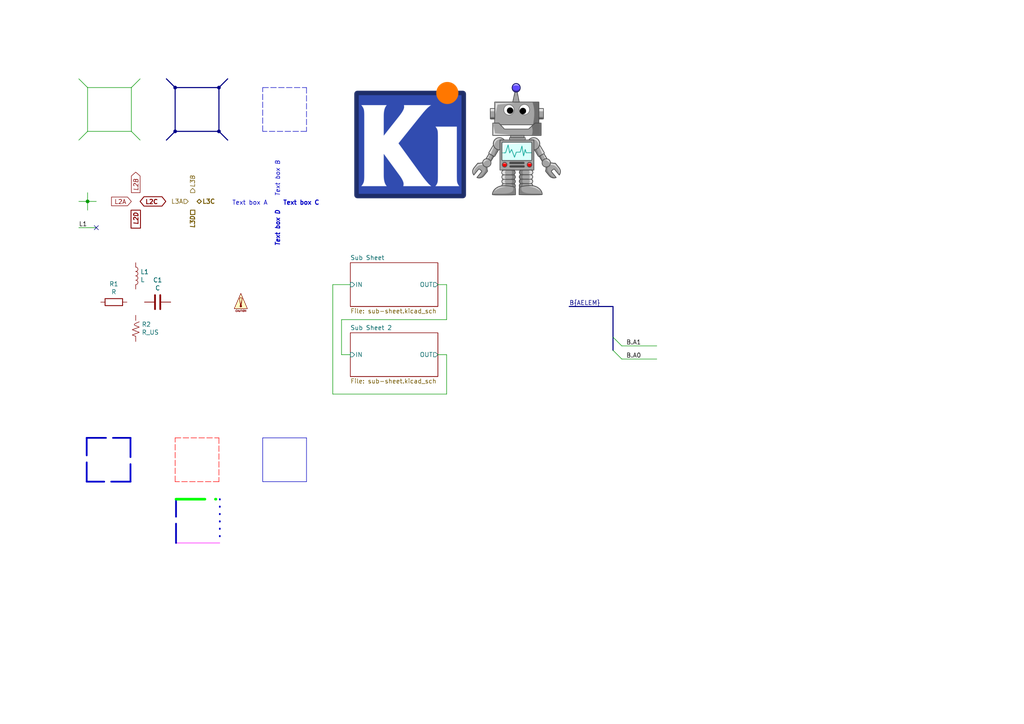
<source format=kicad_sch>
(kicad_sch (version 20250114) (generator "eeschema") (generator_version "9.0")
  (paper "A4")
  (title_block (title "Title") (date "2020-08-12") (rev "r1B") (company "Company") (comment 1 "Comment 1") (comment 2 "Comment 2") (comment 3 "Comment 3") (comment 4 "@Comment4@"))
  (lib_symbols
    (symbol "Device:C" (pin_numbers (hide yes)) (pin_names (offset 0.254))
      (property "Reference" "C" (at 0.635 2.54 0))
      (property "Value" "C" (at 0.635 -2.54 0))
      (symbol "C_0_1"
        (polyline (pts (xy -2.032 0.762) (xy 2.032 0.762)) (stroke (width 0.508)))
        (polyline (pts (xy -2.032 -0.762) (xy 2.032 -0.762)) (stroke (width 0.508)))
      )
      (symbol "C_1_1"
        (pin passive line (at 0 3.81 270) (length 2.794) (name "~") (number "1"))
        (pin passive line (at 0 -3.81 90) (length 2.794) (name "~") (number "2"))
      )
    )
    (symbol "Device:L" (pin_numbers (hide yes)) (pin_names (offset 1.016) (hide yes))
      (property "Reference" "L" (at -1.27 0 90))
      (property "Value" "L" (at 1.905 0 90))
      (symbol "L_0_1"
        (arc (start 0 2.54) (mid 0.6323 1.905) (end 0 1.27))
        (arc (start 0 1.27) (mid 0.6323 0.635) (end 0 0))
        (arc (start 0 0) (mid 0.6323 -0.635) (end 0 -1.27))
        (arc (start 0 -1.27) (mid 0.6323 -1.905) (end 0 -2.54))
      )
      (symbol "L_1_1"
        (pin passive line (at 0 3.81 270) (length 1.27) (name "1") (number "1"))
        (pin passive line (at 0 -3.81 90) (length 1.27) (name "2") (number "2"))
      )
    )
    (symbol "Device:R_US" (pin_numbers (hide yes)) (pin_names (offset 0))
      (property "Reference" "R" (at 2.54 0 90))
      (property "Value" "R_US" (at -2.54 0 90))
      (symbol "R_US_0_0"
        (polyline (pts (xy 0 2.286) (xy 0 2.54)))
        (polyline (pts (xy 0 2.286) (xy 1.016 1.905) (xy 0 1.524) (xy -1.016 1.143) (xy 0 0.762)))
        (polyline (pts (xy 0 0.762) (xy 1.016 0.381) (xy 0 0) (xy -1.016 -0.381) (xy 0 -0.762)))
        (bezier (pts (xy 0 -0.762) (xy 1.016 -1.143) (xy 0 -1.524) (xy -1.016 -1.905)))
        (polyline (pts (xy 0 -2.286) (xy 0 -2.54)))
      )
      (symbol "R_US_1_1"
        (pin passive line (at 0 3.81 270) (length 1.27) (name "~") (number "1"))
        (pin passive line (at 0 -3.81 90) (length 1.27) (name "~") (number "2"))
      )
      (symbol "R_US_1_2"
        (pin passive line (at 0 3.81 270) (length 1.27) (name "~") (number "1"))
        (pin passive line (at 0 -3.81 90) (length 1.27) (name "~") (number "2"))
      )
    )
    (symbol "l1:Resistor" (pin_numbers (hide yes)) (pin_names (offset 0))
      (property "Reference" "R" (at 2.032 0 90))
      (property "Value" "Resistor" (at 0 0 90))
      (symbol "Resistor_0_1"
        (rectangle (start -1.016 -2.54) (end 1.016 2.54) (stroke (width 0.254)))
      )
      (symbol "Resistor_1_1"
        (pin passive line (at 0 3.81 270) (length 1.27) (name "~") (number "1"))
        (pin passive line (at 0 -3.81 90) (length 1.27) (name "~") (number "2"))
      )
    )
    (symbol "l1:SYM_CAUTION" (pin_names (offset 1.016))
      (symbol "SYM_CAUTION_0_0"
        (polyline (pts (xy -1.27 -1.905) (xy 1.905 -1.905) (xy 0 2.54) (xy -1.905 -1.905) (xy -1.27 -1.905)) (fill (type background)))
        (polyline (pts (xy -0.127 -0.762) (xy -0.381 1.016)) (fill (type outline)))
        (polyline (pts (xy -0.127 -0.762) (xy 0.127 -0.762) (xy 0.381 1.016)) (fill (type outline)))
        (arc (start -0.381 1.016) (mid 0 1.2906) (end 0.381 1.016))
        (circle (center 0 -1.1684) (radius 0.254) (fill (type outline)))
        (text "CAUTION" (at 0 -2.54 0) (effects (font (size 0.508 0.508) (italic yes))))
      )
    )
  )
  (bus_alias "AELEM" (members "A1" "A0"))
  (text "Text box B" (at 81.28 57.15 90) (effects (font (size 1.27 1.27) (italic yes)) (justify left bottom)))
  (text "Text box A" (at 67.31 59.69 0) (effects (font (size 1.27 1.27)) (justify left bottom)))
  (text "Text box C" (at 92.71 59.69 0) (effects (font (size 1.27 1.27) (thickness 0.254) (bold yes)) (justify right bottom)))
  (text "Text box D" (at 81.28 60.96 90) (effects (font (size 1.27 1.27) (thickness 0.254) (bold yes) (italic yes)) (justify right bottom)))
  (junction (at 63.5 25.4))
  (junction (at 63.5 38.1))
  (junction (at 25.4 58.42))
  (junction (at 50.8 38.1))
  (junction (at 50.8 25.4))
  (no_connect (at 27.94 66.04))
  (bus_entry (at 177.8 101.6) (size 2.54 2.54))
  (bus_entry (at 177.8 97.79) (size 2.54 2.54))
  (bus_entry (at 25.4 25.4) (size -2.54 -2.54))
  (bus_entry (at 38.1 38.1) (size 2.54 2.54))
  (bus_entry (at 25.4 38.1) (size -2.54 2.54))
  (bus_entry (at 38.1 25.4) (size 2.54 -2.54))
  (wire (pts (xy 99.06 92.71) (xy 99.06 102.87)))
  (polyline (pts (xy 25.146 127) (xy 37.846 127)) (stroke (width 0.508) (type dash)))
  (polyline (pts (xy 88.9 25.4) (xy 88.9 38.1)) (stroke (width 0) (type dash)))
  (polyline (pts (xy 37.846 139.7) (xy 25.146 139.7)) (stroke (width 0.508) (type dash)))
  (wire (pts (xy 38.1 38.1) (xy 25.4 38.1)))
  (polyline (pts (xy 88.9 139.7) (xy 76.2 139.7)) (stroke (width 0) (type solid)))
  (wire (pts (xy 129.54 114.3) (xy 96.52 114.3)))
  (polyline (pts (xy 50.8 139.7) (xy 50.8 127)) (stroke (width 0) (type dash) (color 255 0 0 1)))
  (polyline (pts (xy 37.846 127) (xy 37.846 139.7)) (stroke (width 0.508) (type dash)))
  (bus (pts (xy 177.8 88.9) (xy 177.8 97.79)))
  (polyline (pts (xy 76.2 127) (xy 88.9 127)) (stroke (width 0) (type solid)))
  (wire (pts (xy 25.4 58.42) (xy 27.94 58.42)))
  (bus (pts (xy 50.8 25.4) (xy 48.26 22.86)))
  (wire (pts (xy 96.52 82.55) (xy 101.6 82.55)))
  (wire (pts (xy 129.54 82.55) (xy 129.54 92.71)))
  (wire (pts (xy 22.86 58.42) (xy 25.4 58.42)))
  (polyline (pts (xy 51.054 144.78) (xy 63.754 144.78)) (stroke (width 0.762) (type dash_dot) (color 0 255 0 1)))
  (polyline (pts (xy 76.2 25.4) (xy 88.9 25.4)) (stroke (width 0) (type dash)))
  (bus (pts (xy 50.8 38.1) (xy 48.26 40.64)))
  (bus (pts (xy 63.5 38.1) (xy 66.04 40.64)))
  (polyline (pts (xy 50.8 127) (xy 63.5 127)) (stroke (width 0) (type dash) (color 255 0 0 1)))
  (wire (pts (xy 129.54 102.87) (xy 129.54 114.3)))
  (wire (pts (xy 127 102.87) (xy 129.54 102.87)))
  (wire (pts (xy 99.06 102.87) (xy 101.6 102.87)))
  (bus (pts (xy 63.5 25.4) (xy 63.5 38.1)))
  (wire (pts (xy 25.4 25.4) (xy 38.1 25.4)))
  (polyline (pts (xy 88.9 127) (xy 88.9 139.7)) (stroke (width 0) (type solid)))
  (wire (pts (xy 180.34 104.14) (xy 190.5 104.14)))
  (polyline (pts (xy 76.2 139.7) (xy 76.2 127)) (stroke (width 0) (type solid)))
  (polyline (pts (xy 51.054 157.48) (xy 51.054 144.78)) (stroke (width 0.508) (type dash)))
  (wire (pts (xy 127 82.55) (xy 129.54 82.55)))
  (polyline (pts (xy 76.2 38.1) (xy 76.2 25.4)) (stroke (width 0) (type dash)))
  (bus (pts (xy 177.8 97.79) (xy 177.8 101.6)))
  (bus (pts (xy 63.5 25.4) (xy 66.04 22.86)))
  (wire (pts (xy 180.34 100.33) (xy 190.5 100.33)))
  (wire (pts (xy 22.86 66.04) (xy 27.94 66.04)))
  (polyline (pts (xy 63.5 139.7) (xy 50.8 139.7)) (stroke (width 0) (type dash) (color 255 0 0 1)))
  (bus (pts (xy 50.8 25.4) (xy 63.5 25.4)))
  (wire (pts (xy 25.4 58.42) (xy 25.4 60.96)))
  (wire (pts (xy 38.1 25.4) (xy 38.1 38.1)))
  (wire (pts (xy 129.54 92.71) (xy 99.06 92.71)))
  (wire (pts (xy 96.52 114.3) (xy 96.52 82.55)))
  (bus (pts (xy 165.1 88.9) (xy 177.8 88.9)))
  (polyline (pts (xy 63.754 157.48) (xy 51.054 157.48)) (stroke (width 0) (type solid) (color 255 0 255 1)))
  (polyline (pts (xy 88.9 38.1) (xy 76.2 38.1)) (stroke (width 0) (type dash)))
  (polyline (pts (xy 25.146 139.7) (xy 25.146 127)) (stroke (width 0.508) (type dash)))
  (wire (pts (xy 25.4 38.1) (xy 25.4 25.4)))
  (polyline (pts (xy 63.754 144.78) (xy 63.754 157.48)) (stroke (width 0.508) (type dot)))
  (bus (pts (xy 50.8 38.1) (xy 50.8 25.4)))
  (bus (pts (xy 63.5 38.1) (xy 50.8 38.1)))
  (polyline (pts (xy 63.5 127) (xy 63.5 139.7)) (stroke (width 0) (type dash) (color 255 0 0 1)))
  (wire (pts (xy 25.4 55.88) (xy 25.4 58.42)))
  (image (at 133.35 40.64) (scale 0.94))
  (label "B.A0" (at 181.61 104.14 0))
  (label "B.A1" (at 181.61 100.33 0))
  (label "L1" (at 22.86 66.04 0))
  (label "B{AELEM}" (at 165.1 88.9 0))
  (global_label "L2B" (shape output) (at 39.37 55.88 90) (effects (font (italic yes))) (property "Intersheetrefs" "${INTERSHEET_REFS}" (effects (hide yes))))
  (global_label "L2A" (shape input) (at 38.1 58.42 180) (property "Intersheetrefs" "${INTERSHEET_REFS}" (effects (hide yes))))
  (global_label "L2C" (shape bidirectional) (at 40.64 58.42 0) (effects (font (thickness 0.254) (bold yes))) (property "Intersheetrefs" "${INTERSHEET_REFS}" (effects (hide yes))))
  (global_label "L2D" (shape passive) (at 39.37 60.96 270) (effects (font (thickness 0.254) (bold yes) (italic yes))) (property "Intersheetrefs" "${INTERSHEET_REFS}" (effects (hide yes))))
  (hierarchical_label "L3B" (shape output) (at 55.88 55.88 90) (effects (font (italic yes))))
  (hierarchical_label "L3C" (shape bidirectional) (at 57.15 58.42 0) (effects (font (thickness 0.254) (bold yes))))
  (hierarchical_label "L3A" (shape input) (at 54.61 58.42 180))
  (hierarchical_label "L3D" (shape passive) (at 55.88 60.96 270) (effects (font (thickness 0.254) (bold yes) (italic yes))))
  (symbol (lib_id "l1:Resistor") (at 33.02 87.63 270) (unit 1)
    (property "Reference" "R1" (at 33.02 82.3722 90))
    (property "Value" "R" (at 33.02 84.6836 90))
    (property "Test" "Hi! \"quoted text\"" (effects (hide yes)))
  )
  (symbol (lib_id "Device:L") (at 39.37 80.01 0) (unit 1)
    (property "Reference" "L1" (at 40.7162 78.8416 0) (effects (justify left)))
    (property "Value" "L" (at 40.7162 81.153 0) (effects (justify left)))
  )
  (symbol (lib_id "Device:C") (at 45.72 87.63 90) (unit 1)
    (property "Reference" "C1" (at 45.72 81.2292 90))
    (property "Value" "C" (at 45.72 83.5406 90))
  )
  (symbol (lib_id "Device:R_US") (at 39.37 95.25 180) (unit 1) (convert 2)
    (property "Reference" "R2" (at 41.0972 94.0816 0) (effects (justify right)))
    (property "Value" "R_US" (at 41.0972 96.393 0) (effects (justify right)))
  )
  (symbol (lib_id "l1:SYM_CAUTION") (at 69.85 87.63 0) (unit 1)
    (property "Reference" "#SYM_CAUTION1" (effects (hide yes)))
    (property "Value" "SYM_CAUTION" (effects (hide yes)))
  )
  (sheet (at 101.6 76.2) (size 25.4 12.7)
    (property "Sheetname" "Sub Sheet" (at 101.6 75.4884 0) (effects (justify left bottom)))
    (property "Sheetfile" "sub-sheet.kicad_sch" (at 101.6 89.4846 0) (effects (justify left top)))
    (pin "OUT" output (at 127 82.55 0))
    (pin "IN" input (at 101.6 82.55 180))
  )
  (sheet (at 101.6 96.52) (size 25.4 12.7)
    (property "Sheetname" "Sub Sheet 2" (at 101.6 95.8084 0) (effects (justify left bottom)))
    (property "Sheetfile" "sub-sheet.kicad_sch" (at 101.6 109.8046 0) (effects (justify left top)))
    (pin "OUT" output (at 127 102.87 0))
    (pin "IN" input (at 101.6 102.87 180))
  )
)
</source>
